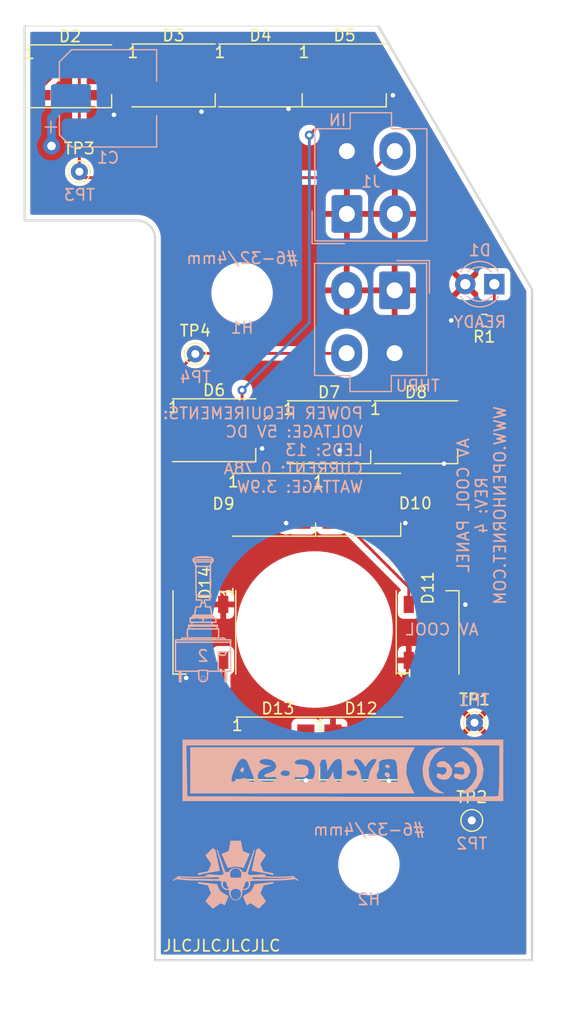
<source format=kicad_pcb>
(kicad_pcb (version 20221018) (generator pcbnew)
  (title_block (title "AV COOL PANEL") (date "2023-03-29") (rev "3") (company "www.openhornet.com") (comment 1 "License:  CC BY-NC-SA"))
  (layers (0 "F.Cu" signal) (31 "B.Cu" signal) (34 "B.Paste" user) (35 "F.Paste" user) (36 "B.SilkS" user "B.Silkscreen") (37 "F.SilkS" user "F.Silkscreen") (38 "B.Mask" user) (39 "F.Mask" user) (44 "Edge.Cuts" user))
  (net 0 "")
  (net 1 "+5V")
  (net 2 "GND")
  (net 3 "Net-(D1-K)")
  (net 4 "Net-(D2-DOUT)")
  (net 5 "DATA IN")
  (net 6 "Net-(D3-DOUT)")
  (net 7 "Net-(D4-DOUT)")
  (net 8 "/DATA1")
  (net 9 "Net-(D6-DOUT)")
  (net 10 "Net-(D7-DOUT)")
  (net 11 "Net-(D8-DOUT)")
  (net 12 "Net-(D10-DIN)")
  (net 13 "Net-(D10-DOUT)")
  (net 14 "Net-(D11-DOUT)")
  (net 15 "Net-(D12-DOUT)")
  (net 16 "Net-(D13-DOUT)")
  (net 17 "DATA OUT")
  (footprint "OH_Footprints:LED_WS2812B_PLCC4_5.0x5.0mm_P3.2mm" (layer "F.Cu") (at 212.762 38.938)
    (fp_text reference "D2" (at 0 -3.5) (layer "F.SilkS"))
    (fp_text value "RGB")
    (fp_text user "1" (at -3.556 -2.032) (layer "F.SilkS"))
    (pad "1" smd rect (at -2.45 -1.65) (size 1.5 0.9) (layers "F.Cu" "F.Paste" "F.Mask") (net 1 "+5V"))
    (pad "2" smd rect (at -2.45 1.65) (size 1.5 0.9) (layers "F.Cu" "F.Paste" "F.Mask") (net 4 "Net-(D2-DOUT)"))
    (pad "3" smd rect (at 2.45 1.65) (size 1.5 0.9) (layers "F.Cu" "F.Paste" "F.Mask") (net 2 "GND"))
    (pad "4" smd rect (at 2.45 -1.65) (size 1.5 0.9) (layers "F.Cu" "F.Paste" "F.Mask") (net 5 "DATA IN"))
  )
  (footprint "OH_Footprints:LED_WS2812B_PLCC4_5.0x5.0mm_P3.2mm" (layer "F.Cu") (at 221.832 38.862)
    (fp_text reference "D3" (at 0 -3.5) (layer "F.SilkS"))
    (fp_text value "RGB")
    (fp_text user "1" (at -3.556 -2.032) (layer "F.SilkS"))
    (pad "1" smd rect (at -2.45 -1.65) (size 1.5 0.9) (layers "F.Cu" "F.Paste" "F.Mask") (net 1 "+5V"))
    (pad "2" smd rect (at -2.45 1.65) (size 1.5 0.9) (layers "F.Cu" "F.Paste" "F.Mask") (net 6 "Net-(D3-DOUT)"))
    (pad "3" smd rect (at 2.45 1.65) (size 1.5 0.9) (layers "F.Cu" "F.Paste" "F.Mask") (net 2 "GND"))
    (pad "4" smd rect (at 2.45 -1.65) (size 1.5 0.9) (layers "F.Cu" "F.Paste" "F.Mask") (net 4 "Net-(D2-DOUT)"))
  )
  (footprint "OH_Footprints:LED_WS2812B_PLCC4_5.0x5.0mm_P3.2mm" (layer "F.Cu") (at 229.452 38.862)
    (fp_text reference "D4" (at 0 -3.5) (layer "F.SilkS"))
    (fp_text value "RGB")
    (fp_text user "1" (at -3.556 -2.032) (layer "F.SilkS"))
    (pad "1" smd rect (at -2.45 -1.65) (size 1.5 0.9) (layers "F.Cu" "F.Paste" "F.Mask") (net 1 "+5V"))
    (pad "2" smd rect (at -2.45 1.65) (size 1.5 0.9) (layers "F.Cu" "F.Paste" "F.Mask") (net 7 "Net-(D4-DOUT)"))
    (pad "3" smd rect (at 2.45 1.65) (size 1.5 0.9) (layers "F.Cu" "F.Paste" "F.Mask") (net 2 "GND"))
    (pad "4" smd rect (at 2.45 -1.65) (size 1.5 0.9) (layers "F.Cu" "F.Paste" "F.Mask") (net 6 "Net-(D3-DOUT)"))
  )
  (footprint "OH_Footprints:LED_WS2812B_PLCC4_5.0x5.0mm_P3.2mm" (layer "F.Cu") (at 236.818 38.862)
    (fp_text reference "D5" (at 0 -3.5) (layer "F.SilkS"))
    (fp_text value "RGB")
    (fp_text user "1" (at -3.556 -2.032) (layer "F.SilkS"))
    (pad "1" smd rect (at -2.45 -1.65) (size 1.5 0.9) (layers "F.Cu" "F.Paste" "F.Mask") (net 1 "+5V"))
    (pad "2" smd rect (at -2.45 1.65) (size 1.5 0.9) (layers "F.Cu" "F.Paste" "F.Mask") (net 8 "/DATA1"))
    (pad "3" smd rect (at 2.45 1.65) (size 1.5 0.9) (layers "F.Cu" "F.Paste" "F.Mask") (net 2 "GND"))
    (pad "4" smd rect (at 2.45 -1.65) (size 1.5 0.9) (layers "F.Cu" "F.Paste" "F.Mask") (net 7 "Net-(D4-DOUT)"))
  )
  (footprint "OH_Footprints:LED_WS2812B_PLCC4_5.0x5.0mm_P3.2mm" (layer "F.Cu") (at 225.388 69.926)
    (fp_text reference "D6" (at 0 -3.5) (layer "F.SilkS"))
    (fp_text value "RGB")
    (fp_text user "1" (at -3.556 -2.032) (layer "F.SilkS"))
    (pad "1" smd rect (at -2.45 -1.65) (size 1.5 0.9) (layers "F.Cu" "F.Paste" "F.Mask") (net 1 "+5V"))
    (pad "2" smd rect (at -2.45 1.65) (size 1.5 0.9) (layers "F.Cu" "F.Paste" "F.Mask") (net 9 "Net-(D6-DOUT)"))
    (pad "3" smd rect (at 2.45 1.65) (size 1.5 0.9) (layers "F.Cu" "F.Paste" "F.Mask") (net 2 "GND"))
    (pad "4" smd rect (at 2.45 -1.65) (size 1.5 0.9) (layers "F.Cu" "F.Paste" "F.Mask") (net 8 "/DATA1"))
  )
  (footprint "OH_Footprints:LED_WS2812B_PLCC4_5.0x5.0mm_P3.2mm" (layer "F.Cu") (at 235.458 70.104)
    (fp_text reference "D7" (at 0 -3.5) (layer "F.SilkS"))
    (fp_text value "RGB")
    (fp_text user "1" (at -3.556 -2.032) (layer "F.SilkS"))
    (pad "1" smd rect (at -2.45 -1.65) (size 1.5 0.9) (layers "F.Cu" "F.Paste" "F.Mask") (net 1 "+5V"))
    (pad "2" smd rect (at -2.45 1.65) (size 1.5 0.9) (layers "F.Cu" "F.Paste" "F.Mask") (net 10 "Net-(D7-DOUT)"))
    (pad "3" smd rect (at 2.45 1.65) (size 1.5 0.9) (layers "F.Cu" "F.Paste" "F.Mask") (net 2 "GND"))
    (pad "4" smd rect (at 2.45 -1.65) (size 1.5 0.9) (layers "F.Cu" "F.Paste" "F.Mask") (net 9 "Net-(D6-DOUT)"))
  )
  (footprint "OH_Footprints:LED_WS2812B_PLCC4_5.0x5.0mm_P3.2mm" (layer "F.Cu") (at 243.078 70.104)
    (fp_text reference "D8" (at 0 -3.5) (layer "F.SilkS"))
    (fp_text value "RGB")
    (fp_text user "1" (at -3.556 -2.032) (layer "F.SilkS"))
    (pad "1" smd rect (at -2.45 -1.65) (size 1.5 0.9) (layers "F.Cu" "F.Paste" "F.Mask") (net 1 "+5V"))
    (pad "2" smd rect (at -2.45 1.65) (size 1.5 0.9) (layers "F.Cu" "F.Paste" "F.Mask") (net 11 "Net-(D8-DOUT)"))
    (pad "3" smd rect (at 2.45 1.65) (size 1.5 0.9) (layers "F.Cu" "F.Paste" "F.Mask") (net 2 "GND"))
    (pad "4" smd rect (at 2.45 -1.65) (size 1.5 0.9) (layers "F.Cu" "F.Paste" "F.Mask") (net 10 "Net-(D7-DOUT)"))
  )
  (footprint "OH_Footprints:LED_WS2812B_PLCC4_5.0x5.0mm_P3.2mm" (layer "F.Cu") (at 230.632 76.454)
    (fp_text reference "D9" (at -4.422 -0.084) (layer "F.SilkS"))
    (fp_text value "RGB")
    (fp_text user "1" (at -3.556 -2.032) (layer "F.SilkS"))
    (pad "1" smd rect (at -2.45 -1.65) (size 1.5 0.9) (layers "F.Cu" "F.Paste" "F.Mask") (net 1 "+5V"))
    (pad "2" smd rect (at -2.45 1.65) (size 1.5 0.9) (layers "F.Cu" "F.Paste" "F.Mask") (net 12 "Net-(D10-DIN)"))
    (pad "3" smd rect (at 2.45 1.65) (size 1.5 0.9) (layers "F.Cu" "F.Paste" "F.Mask") (net 2 "GND"))
    (pad "4" smd rect (at 2.45 -1.65) (size 1.5 0.9) (layers "F.Cu" "F.Paste" "F.Mask") (net 11 "Net-(D8-DOUT)"))
  )
  (footprint "OH_Footprints:LED_WS2812B_PLCC4_5.0x5.0mm_P3.2mm" (layer "F.Cu") (at 238.088 76.454)
    (fp_text reference "D10" (at 4.922 -0.124) (layer "F.SilkS"))
    (fp_text value "RGB")
    (fp_text user "1" (at -3.556 -2.032) (layer "F.SilkS"))
    (pad "1" smd rect (at -2.45 -1.65) (size 1.5 0.9) (layers "F.Cu" "F.Paste" "F.Mask") (net 1 "+5V"))
    (pad "2" smd rect (at -2.45 1.65) (size 1.5 0.9) (layers "F.Cu" "F.Paste" "F.Mask") (net 13 "Net-(D10-DOUT)"))
    (pad "3" smd rect (at 2.45 1.65) (size 1.5 0.9) (layers "F.Cu" "F.Paste" "F.Mask") (net 2 "GND"))
    (pad "4" smd rect (at 2.45 -1.65) (size 1.5 0.9) (layers "F.Cu" "F.Paste" "F.Mask") (net 12 "Net-(D10-DIN)"))
  )
  (footprint "OH_Footprints:LED_WS2812B_PLCC4_5.0x5.0mm_P3.2mm" (layer "F.Cu") (at 244.094 87.63 90)
    (fp_text reference "D11" (at 3.89 0.016 90) (layer "F.SilkS"))
    (fp_text value "RGB")
    (fp_text user "1" (at -3.556 -2.032 90) (layer "F.SilkS"))
    (pad "1" smd rect (at -2.45 -1.65 90) (size 1.5 0.9) (layers "F.Cu" "F.Paste" "F.Mask") (net 1 "+5V"))
    (pad "2" smd rect (at -2.45 1.65 90) (size 1.5 0.9) (layers "F.Cu" "F.Paste" "F.Mask") (net 14 "Net-(D11-DOUT)"))
    (pad "3" smd rect (at 2.45 1.65 90) (size 1.5 0.9) (layers "F.Cu" "F.Paste" "F.Mask") (net 2 "GND"))
    (pad "4" smd rect (at 2.45 -1.65 90) (size 1.5 0.9) (layers "F.Cu" "F.Paste" "F.Mask") (net 13 "Net-(D10-DOUT)"))
  )
  (footprint "OH_Footprints:LED_WS2812B_PLCC4_5.0x5.0mm_P3.2mm" (layer "F.Cu") (at 238.252 97.79)
    (fp_text reference "D12" (at 0 -3.5) (layer "F.SilkS"))
    (fp_text value "RGB")
    (fp_text user "1" (at -3.556 -2.032) (layer "F.SilkS"))
    (pad "1" smd rect (at -2.45 -1.65) (size 1.5 0.9) (layers "F.Cu" "F.Paste" "F.Mask") (net 1 "+5V"))
    (pad "2" smd rect (at -2.45 1.65) (size 1.5 0.9) (layers "F.Cu" "F.Paste" "F.Mask") (net 15 "Net-(D12-DOUT)"))
    (pad "3" smd rect (at 2.45 1.65) (size 1.5 0.9) (layers "F.Cu" "F.Paste" "F.Mask") (net 2 "GND"))
    (pad "4" smd rect (at 2.45 -1.65) (size 1.5 0.9) (layers "F.Cu" "F.Paste" "F.Mask") (net 14 "Net-(D11-DOUT)"))
  )
  (footprint "OH_Footprints:LED_WS2812B_PLCC4_5.0x5.0mm_P3.2mm" (layer "F.Cu") (at 230.976 97.79)
    (fp_text reference "D13" (at 0 -3.5) (layer "F.SilkS"))
    (fp_text value "RGB")
    (fp_text user "1" (at -3.556 -2.032) (layer "F.SilkS"))
    (pad "1" smd rect (at -2.45 -1.65) (size 1.5 0.9) (layers "F.Cu" "F.Paste" "F.Mask") (net 1 "+5V"))
    (pad "2" smd rect (at -2.45 1.65) (size 1.5 0.9) (layers "F.Cu" "F.Paste" "F.Mask") (net 16 "Net-(D13-DOUT)"))
    (pad "3" smd rect (at 2.45 1.65) (size 1.5 0.9) (layers "F.Cu" "F.Paste" "F.Mask") (net 2 "GND"))
    (pad "4" smd rect (at 2.45 -1.65) (size 1.5 0.9) (layers "F.Cu" "F.Paste" "F.Mask") (net 15 "Net-(D12-DOUT)"))
  )
  (footprint "OH_Footprints:LED_WS2812B_PLCC4_5.0x5.0mm_P3.2mm" (layer "F.Cu") (at 224.536 87.63 -90)
    (fp_text reference "D14" (at -4.32 -0.074 -90) (layer "F.SilkS"))
    (fp_text value "RGB")
    (fp_text user "1" (at -3.556 -2.032 -90) (layer "F.SilkS"))
    (pad "1" smd rect (at -2.45 -1.65 270) (size 1.5 0.9) (layers "F.Cu" "F.Paste" "F.Mask") (net 1 "+5V"))
    (pad "2" smd rect (at -2.45 1.65 270) (size 1.5 0.9) (layers "F.Cu" "F.Paste" "F.Mask") (net 17 "DATA OUT"))
    (pad "3" smd rect (at 2.45 1.65 270) (size 1.5 0.9) (layers "F.Cu" "F.Paste" "F.Mask") (net 2 "GND"))
    (pad "4" smd rect (at 2.45 -1.65 270) (size 1.5 0.9) (layers "F.Cu" "F.Paste" "F.Mask") (net 16 "Net-(D13-DOUT)"))
  )
  (footprint "OH_Footprints:S2AL_Toggle_Silkscreen" (layer "F.Cu") (at 224.282 86.614)
    (fp_text reference "G***" hide)
    (fp_text value "S2AL Toggle" hide)
    (fp_text user "2" (at 0.125 3.075) (layer "B.SilkS") (effects (justify mirror)))
  )
  (footprint "OH_Footprints:TestPoint_THTPad_D1.5mm_Drill0.7mm" (layer "F.Cu") (at 247.96 104.09)
    (fp_text reference "TP2" (at 0 -2.032) (layer "F.SilkS"))
    (fp_text value "TestPoint" hide)
    (fp_text user "${REFERENCE}" (at 0 2.032) (layer "B.SilkS") (effects (justify mirror)))
    (pad "1" thru_hole circle (at 0 0) (size 1.5 1.5) (drill 0.7) (layers "*.Cu" "*.Mask") (net 2 "GND"))
  )
  (footprint "OH_Footprints:TestPoint_THTPad_D1.5mm_Drill0.7mm" (layer "F.Cu") (at 223.74 63.25)
    (fp_text reference "TP4" (at 0 -2.032) (layer "F.SilkS"))
    (fp_text value "TestPoint" hide)
    (fp_text user "${REFERENCE}" (at 0 2.032) (layer "B.SilkS") (effects (justify mirror)))
    (pad "1" thru_hole circle (at 0 0) (size 1.5 1.5) (drill 0.7) (layers "*.Cu" "*.Mask") (net 17 "DATA OUT"))
  )
  (footprint "OH_Footprints:SxAL_Toggle_13x13mm" (layer "F.Cu") (at 234.188019 87.37601)
    (fp_text reference "H3" hide)
    (fp_text value "SxAL" hide)
    (pad "" np_thru_hole circle (at 0 0) (size 12.7 12.7) (drill 12.7) (layers "F&B.Cu" "*.Mask") (clearance 0.5))
  )
  (footprint "OH_Footprints:TestPoint_THTPad_D1.5mm_Drill0.7mm" (layer "F.Cu") (at 248.2 95.53)
    (fp_text reference "TP1" (at 0 -2.032) (layer "F.SilkS"))
    (fp_text value "TestPoint" hide)
    (fp_text user "${REFERENCE}" (at -0.04 -1.97) (layer "B.SilkS") (effects (justify mirror)))
    (pad "1" thru_hole circle (at 0 0) (size 1.5 1.5) (drill 0.7) (layers "*.Cu" "*.Mask") (net 1 "+5V"))
  )
  (footprint "OH_Footprints:TestPoint_THTPad_D1.5mm_Drill0.7mm" (layer "F.Cu") (at 213.58 47.29)
    (fp_text reference "TP3" (at 0 -2.032) (layer "F.SilkS"))
    (fp_text value "TestPoint" hide)
    (fp_text user "${REFERENCE}" (at 0 2.032) (layer "B.SilkS") (effects (justify mirror)))
    (pad "1" thru_hole circle (at 0 0) (size 1.5 1.5) (drill 0.7) (layers "*.Cu" "*.Mask") (net 5 "DATA IN"))
  )
  (footprint "OH_Footprints:R_0603_1608Metric" (layer "F.Cu") (at 249.05 60.31 180)
    (fp_text reference "R1" (at 0 -1.43) (layer "F.SilkS"))
    (fp_text value "470")
    (pad "1" smd roundrect (at -0.825 0 180) (size 0.8 0.95) (layers "F.Cu" "F.Paste" "F.Mask") (net 3 "Net-(D1-K)"))
    (pad "2" smd roundrect (at 0.825 0 180) (size 0.8 0.95) (layers "F.Cu" "F.Paste" "F.Mask") (net 2 "GND"))
  )
  (footprint "OH_Footprints:LED_D3.0mm" (layer "B.Cu") (at 249.935 57.14 180)
    (fp_text reference "D1" (at 1.27 2.96) (layer "B.SilkS") (effects (justify mirror)))
    (fp_text value "Green")
    (pad "1" thru_hole rect (at 0 0 180) (size 1.8 1.8) (drill 0.9) (layers "*.Cu" "*.Mask") (net 3 "Net-(D1-K)"))
    (pad "2" thru_hole circle (at 2.54 0 180) (size 1.8 1.8) (drill 0.9) (layers "*.Cu" "*.Mask") (net 1 "+5V"))
  )
  (footprint "OH_Footprints:CP_Elec_8x10" (layer "B.Cu") (at 216.0925 40.87)
    (fp_text reference "C1" (at 0 5.2) (layer "B.SilkS") (effects (justify mirror)))
    (fp_text value "1000uF")
    (pad "1" smd roundrect (at -3.25 0) (size 3.5 2.5) (layers "B.Cu" "B.Paste" "B.Mask") (roundrect_rratio 0.1) (net 1 "+5V"))
    (pad "2" smd roundrect (at 3.25 0) (size 3.5 2.5) (layers "B.Cu" "B.Paste" "B.Mask") (roundrect_rratio 0.1) (net 2 "GND"))
  )
  (footprint "OH_Footprints:Molex_Mini-Fit_Jr_5566-04A_2x02_P4.20mm_Vertical" (layer "B.Cu") (at 237.02 50.99)
    (fp_text reference "J1" (at 2.1 -2.820624) (layer "B.SilkS") (effects (justify mirror)))
    (fp_text value "Molex 2x02 Mini-Fit Jr.")
    (pad "1" thru_hole roundrect (at 0 0) (size 2.7 3.3) (drill 1.4) (layers "*.Cu" "*.Mask") (roundrect_rratio 0.09259296296) (net 1 "+5V"))
    (pad "2" thru_hole oval (at 4.2 0) (size 2.7 3.3) (drill 1.4) (layers "*.Cu" "*.Mask") (net 1 "+5V"))
    (pad "3" thru_hole oval (at 0 -5.5) (size 2.7 3.3) (drill 1.4) (layers "*.Cu" "*.Mask") (net 2 "GND"))
    (pad "4" thru_hole oval (at 4.2 -5.5) (size 2.7 3.3) (drill 1.4) (layers "*.Cu" "*.Mask") (net 5 "DATA IN"))
  )
  (footprint "OH_Footprints:MountingHole_6-32_PHS" (layer "B.Cu") (at 238.950519 107.95001 180)
    (fp_text reference "H2" (at 0 -3.048) (layer "B.SilkS") (effects (justify mirror)))
    (fp_text value "6x32 / 4mm" hide)
    (fp_text user "#6-32/4mm" (at 0 3.048 unlocked) (layer "B.SilkS") (effects (justify mirror)))
    (pad "" np_thru_hole circle (at 0 0 180) (size 4.3 4.3) (drill 4.3) (layers "F&B.Cu" "*.Mask") (clearance 0.54))
  )
  (footprint "OH_Footprints:MountingHole_6-32_PHS" (layer "B.Cu") (at 227.838 57.912 180)
    (fp_text reference "H1" (at 0 -3.048) (layer "B.SilkS") (effects (justify mirror)))
    (fp_text value "6x32 / 4mm" hide)
    (fp_text user "#6-32/4mm" (at 0 3.048 unlocked) (layer "B.SilkS") (effects (justify mirror)))
    (pad "" np_thru_hole circle (at 0 0 180) (size 4.3 4.3) (drill 4.3) (layers "F&B.Cu" "*.Mask") (clearance 0.54))
  )
  (footprint "OH_Footprints:Molex_Mini-Fit_Jr_5566-04A_2x02_P4.20mm_Vertical" (layer "B.Cu") (at 241.2 57.68 180)
    (fp_text reference "J2" hide)
    (fp_text value "Molex 2x02 Mini-Fit Jr.")
    (pad "1" thru_hole roundrect (at 0 0 180) (size 2.7 3.3) (drill 1.4) (layers "*.Cu" "*.Mask") (roundrect_rratio 0.09259296296) (net 1 "+5V"))
    (pad "2" thru_hole oval (at 4.2 0 180) (size 2.7 3.3) (drill 1.4) (layers "*.Cu" "*.Mask") (net 1 "+5V"))
    (pad "3" thru_hole oval (at 0 -5.5 180) (size 2.7 3.3) (drill 1.4) (layers "*.Cu" "*.Mask") (net 2 "GND"))
    (pad "4" thru_hole oval (at 4.2 -5.5 180) (size 2.7 3.3) (drill 1.4) (layers "*.Cu" "*.Mask") (net 17 "DATA OUT"))
  )
  (footprint "OH_Footprints:LOGO_CC-BY-NC-SA_Half_Large" (layer "B.Cu") (at 236.754106 99.71 180)
    (fp_text reference "LOGO2" hide)
    (fp_text value "LOGO" hide)
  )
  (footprint "OH_Footprints:LOGO_OH_NoText_Small" (layer "B.Cu") (at 227.31 109.12 180)
    (fp_text reference "LOGO1" hide)
    (fp_text value "LOGO" hide)
  )
  (gr_line (start 253.237954 57.594524) (end 239.776 34.544) (stroke (width 0.2)) (layer "Edge.Cuts"))
  (gr_line (start 253.237954 116.332041) (end 253.237954 57.594524) (stroke (width 0.2)) (layer "Edge.Cuts"))
  (gr_line (start 220.218019 53.14951) (end 220.217935 116.332041) (stroke (width 0.2)) (layer "Edge.Cuts"))
  (gr_line (start 239.776 34.544) (end 208.788 34.544) (stroke (width 0.05)) (layer "Edge.Cuts"))
  (gr_line (start 220.217889 116.332041) (end 253.237954 116.332041) (stroke (width 0.2)) (layer "Edge.Cuts"))
  (gr_arc (start 218.630519 51.56201) (mid 219.753051 52.026978) (end 220.218019 53.14951) (stroke (width 0.2)) (layer "Edge.Cuts"))
  (gr_line (start 208.78791 51.562057) (end 218.630544 51.562057) (stroke (width 0.2)) (layer "Edge.Cuts"))
  (gr_line (start 208.788 34.544) (end 208.78791 51.562057) (stroke (width 0.2)) (layer "Edge.Cuts"))
  (gr_text "POWER REQUIREMENTS:\nVOLTAGE: 5V DC\nLEDS: 13\nCURRENT: 0.78A\nWATTAGE: 3.9W" (at 238.53 71.67) (layer "B.SilkS") (effects (font (size 1 1)) (justify left mirror)))
  (gr_text "IN" (at 236.2 42.78) (layer "B.SilkS") (effects (font (size 1 1)) (justify mirror)))
  (gr_text "THRU" (at 243.22 66.03) (layer "B.SilkS") (effects (font (size 1 1)) (justify mirror)))
  (gr_text "AV COOL" (at 245.364 87.376) (layer "B.SilkS") (effects (font (size 1 1)) (justify mirror)))
  (gr_text "AV COOL PANEL\nREV: 4\nWWW.OPENHORNET.COM" (at 248.83 76.51 90) (layer "B.SilkS") (effects (font (size 1 1)) (justify mirror)))
  (gr_text "READY\n" (at 248.666 60.452) (layer "B.SilkS") (effects (font (size 1 1)) (justify mirror)))
  (gr_text "JLCJLCJLCJLC" (at 226.06 115.062) (layer "F.SilkS") (effects (font (size 1 1))))
  (via (at 211.14 45.04) (size 1.5) (drill 0.75) (layers "F.Cu" "B.Cu") (net 1))
  (segment (start 211.14 42.5725) (end 212.8425 40.87) (width 0.75) (layer "B.Cu") (net 1))
  (segment (start 211.14 45.04) (end 211.14 42.5725) (width 0.75) (layer "B.Cu") (net 1))
  (segment (start 245.528 71.754) (end 245.528 72.861) (width 0.25) (layer "F.Cu") (net 2))
  (segment (start 247.4 85.19) (end 245.754 85.19) (width 0.25) (layer "F.Cu") (net 2))
  (segment (start 240.962 40.512) (end 241.05 40.6) (width 0.25) (layer "F.Cu") (net 2))
  (segment (start 236.398 71.704) (end 237.858 71.704) (width 0.25) (layer "F.Cu") (net 2))
  (segment (start 224.282 40.512) (end 224.282 42.037) (width 0.25) (layer "F.Cu") (net 2))
  (segment (start 239.268 40.512) (end 240.962 40.512) (width 0.25) (layer "F.Cu") (net 2))
  (segment (start 215.212 40.588) (end 215.212 40.912) (width 0.25) (layer "F.Cu") (net 2))
  (segment (start 245.754 85.19) (end 245.744 85.18) (width 0.25) (layer "F.Cu") (net 2))
  (segment (start 246.16 60.31) (end 248.225 60.31) (width 0.25) (layer "F.Cu") (net 2))
  (segment (start 231.699 78.054) (end 233.032 78.054) (width 0.25) (layer "F.Cu") (net 2))
  (segment (start 222.936 91.618) (end 222.936 90.13) (width 0.25) (layer "F.Cu") (net 2))
  (segment (start 231.902 40.512) (end 231.902 41.783) (width 0.25) (layer "F.Cu") (net 2))
  (segment (start 240.538 78.104) (end 242.088 78.104) (width 0.25) (layer "F.Cu") (net 2))
  (segment (start 233.426 99.44) (end 233.426 100.584) (width 0.25) (layer "F.Cu") (net 2))
  (segment (start 215.212 40.912) (end 216.61 42.31) (width 0.25) (layer "F.Cu") (net 2))
  (segment (start 240.702 99.44) (end 240.702 100.621) (width 0.25) (layer "F.Cu") (net 2))
  (segment (start 227.838 71.576) (end 229.541 71.576) (width 0.25) (layer "F.Cu") (net 2))
  (segment (start 242.088 78.104) (end 242.138 78.054) (width 0.25) (layer "F.Cu") (net 2))
  (segment (start 229.541 71.576) (end 229.591 71.526) (width 0.25) (layer "F.Cu") (net 2))
  (via (at 224.282 42.037) (size 1) (drill 0.4) (layers "F.Cu" "B.Cu") (net 2))
  (via (at 240.702 100.621) (size 1) (drill 0.4) (layers "F.Cu" "B.Cu") (net 2))
  (via (at 246.16 60.31) (size 1) (drill 0.4) (layers "F.Cu" "B.Cu") (net 2))
  (via (at 236.398 71.704) (size 1) (drill 0.4) (layers "F.Cu" "B.Cu") (net 2))
  (via (at 216.61 42.31) (size 1) (drill 0.4) (layers "F.Cu" "B.Cu") (net 2))
  (via (at 231.902 41.783) (size 1) (drill 0.4) (layers "F.Cu" "B.Cu") (net 2))
  (via (at 242.138 78.054) (size 1) (drill 0.4) (layers "F.Cu" "B.Cu") (net 2))
  (via (at 231.699 78.054) (size 1) (drill 0.4) (layers "F.Cu" "B.Cu") (net 2))
  (via (at 241.05 40.6) (size 1) (drill 0.4) (layers "F.Cu" "B.Cu") (net 2))
  (via (at 222.936 91.618) (size 1) (drill 0.4) (layers "F.Cu" "B.Cu") (net 2))
  (via (at 247.4 85.19) (size 1) (drill 0.4) (layers "F.Cu" "B.Cu") (net 2))
  (via (at 233.426 100.584) (size 1) (drill 0.4) (layers "F.Cu" "B.Cu") (net 2))
  (via (at 229.591 71.526) (size 1) (drill 0.4) (layers "F.Cu" "B.Cu") (net 2))
  (via (at 245.528 72.861) (size 1) (drill 0.4) (layers "F.Cu" "B.Cu") (net 2))
  (segment (start 249.935 60.25) (end 249.935 57.14) (width 0.25) (layer "F.Cu") (net 3))
  (segment (start 210.312 39.888) (end 213.96 36.24) (width 0.25) (layer "F.Cu") (net 4))
  (segment (start 213.96 36.24) (end 223.31 36.24) (width 0.25) (layer "F.Cu") (net 4))
  (segment (start 210.312 40.588) (end 210.312 39.888) (width 0.25) (layer "F.Cu") (net 4))
  (segment (start 223.31 36.24) (end 224.282 37.212) (width 0.25) (layer "F.Cu") (net 4))
  (segment (start 238.66 47.81) (end 214.1 47.81) (width 0.25) (layer "F.Cu") (net 5))
  (segment (start 214.1 47.81) (end 213.58 47.29) (width 0.25) (layer "F.Cu") (net 5))
  (segment (start 213.58 47.29) (end 213.58 38.92) (width 0.25) (layer "F.Cu") (net 5))
  (segment (start 241.19 45.28) (end 238.66 47.81) (width 0.25) (layer "F.Cu") (net 5))
  (segment (start 213.58 38.92) (end 215.212 37.288) (width 0.25) (layer "F.Cu") (net 5))
  (segment (start 220.157 39.737) (end 229.377 39.737) (width 0.25) (layer "F.Cu") (net 6))
  (segment (start 219.382 40.512) (end 220.157 39.737) (width 0.25) (layer "F.Cu") (net 6))
  (segment (start 229.377 39.737) (end 231.902 37.212) (width 0.25) (layer "F.Cu") (net 6))
  (segment (start 230.052 40.512) (end 231.044 39.52) (width 0.25) (layer "F.Cu") (net 7))
  (segment (start 227.002 40.512) (end 230.052 40.512) (width 0.25) (layer "F.Cu") (net 7))
  (segment (start 231.044 39.52) (end 236.96 39.52) (width 0.25) (layer "F.Cu") (net 7))
  (segment (start 236.96 39.52) (end 239.268 37.212) (width 0.25) (layer "F.Cu") (net 7))
  (segment (start 233.73 44.09) (end 234.368 43.452) (width 0.25) (layer "F.Cu") (net 8))
  (segment (start 227.838 66.421) (end 227.838 68.276) (width 0.25) (layer "F.Cu") (net 8))
  (segment (start 234.368 43.452) (end 234.368 40.512) (width 0.25) (layer "F.Cu") (net 8))
  (via (at 233.73 44.09) (size 0.8) (drill 0.4) (layers "F.Cu" "B.Cu") (net 8))
  (via (at 227.838 66.421) (size 0.8) (drill 0.4) (layers "F.Cu" "B.Cu") (net 8))
  (segment (start 233.73 60.529) (end 227.838 66.421) (width 0.25) (layer "B.Cu") (net 8))
  (segment (start 233.73 44.09) (end 233.73 60.529) (width 0.25) (layer "B.Cu") (net 8))
  (segment (start 231.93 69.67) (end 236.692 69.67) (width 0.25) (layer "F.Cu") (net 9))
  (segment (start 236.692 69.67) (end 237.908 68.454) (width 0.25) (layer "F.Cu") (net 9))
  (segment (start 222.938 71.576) (end 223.813 70.701) (width 0.25) (layer "F.Cu") (net 9))
  (segment (start 223.813 70.701) (end 230.899 70.701) (width 0.25) (layer "F.Cu") (net 9))
  (segment (start 230.899 70.701) (end 231.93 69.67) (width 0.25) (layer "F.Cu") (net 9))
  (segment (start 243.103 70.879) (end 245.528 68.454) (width 0.25) (layer "F.Cu") (net 10))
  (segment (start 233.008 71.754) (end 233.883 70.879) (width 0.25) (layer "F.Cu") (net 10))
  (segment (start 233.883 70.879) (end 243.103 70.879) (width 0.25) (layer "F.Cu") (net 10))
  (segment (start 233.857 74.029) (end 233.082 74.804) (width 0.25) (layer "F.Cu") (net 11))
  (segment (start 240.628 71.754) (end 238.353 74.029) (width 0.25) (layer "F.Cu") (net 11))
  (segment (start 238.353 74.029) (end 233.857 74.029) (width 0.25) (layer "F.Cu") (net 11))
  (segment (start 238.113 77.229) (end 240.538 74.804) (width 0.25) (layer "F.Cu") (net 12))
  (segment (start 228.182 78.104) (end 229.057 77.229) (width 0.25) (layer "F.Cu") (net 12))
  (segment (start 229.057 77.229) (end 238.113 77.229) (width 0.25) (layer "F.Cu") (net 12))
  (segment (start 236.874 78.104) (end 242.444 83.674) (width 0.25) (layer "F.Cu") (net 13))
  (segment (start 235.638 78.104) (end 236.874 78.104) (width 0.25) (layer "F.Cu") (net 13))
  (segment (start 242.444 83.674) (end 242.444 84.91) (width 0.25) (layer "F.Cu") (net 13))
  (segment (start 245.744 90.08) (end 245.744 91.098) (width 0.25) (layer "F.Cu") (net 14))
  (segment (start 245.744 91.098) (end 240.702 96.14) (width 0.25) (layer "F.Cu") (net 14))
  (segment (start 235.802 98.516) (end 233.426 96.14) (width 0.25) (layer "F.Cu") (net 15))
  (segment (start 235.802 99.44) (end 235.802 98.516) (width 0.25) (layer "F.Cu") (net 15))
  (segment (start 226.186 97.1) (end 226.186 90.08) (width 0.25) (layer "F.Cu") (net 16))
  (segment (start 228.526 99.44) (end 226.186 97.1) (width 0.25) (layer "F.Cu") (net 16))
  (segment (start 221.863 65.127) (end 223.79 63.2) (width 0.25) (layer "F.Cu") (net 17))
  (segment (start 236.98 63.2) (end 237 63.18) (width 0.25) (layer "F.Cu") (net 17))
  (segment (start 222.886 85.18) (end 221.863 84.157) (width 0.25) (layer "F.Cu") (net 17))
  (segment (start 221.863 84.157) (end 221.863 65.127) (width 0.25) (layer "F.Cu") (net 17))
  (segment (start 223.79 63.2) (end 236.98 63.2) (width 0.25) (layer "F.Cu") (net 17))
  (zone (net 1) (net_name "+5V") (layer "F.Cu") (connect_pads (clearance 0.508)) (min_thickness 0.254) (fill yes (thermal_gap 0.508) (thermal_bridge_width 0.508))
    (polygon (pts (xy 255.143 121.92) (xy 206.629 121.412) (xy 206.756 33.274) (xy 255.778 32.258)))
  )
  (zone (net 2) (net_name "GND") (layer "B.Cu") (connect_pads yes (clearance 0.508)) (min_thickness 0.254) (fill yes (thermal_gap 0.508) (thermal_bridge_width 0.508))
    (polygon (pts (xy 254.508 120.65) (xy 208.026 120.142) (xy 207.772 33.782) (xy 254.508 33.02)))
  )
)
</source>
